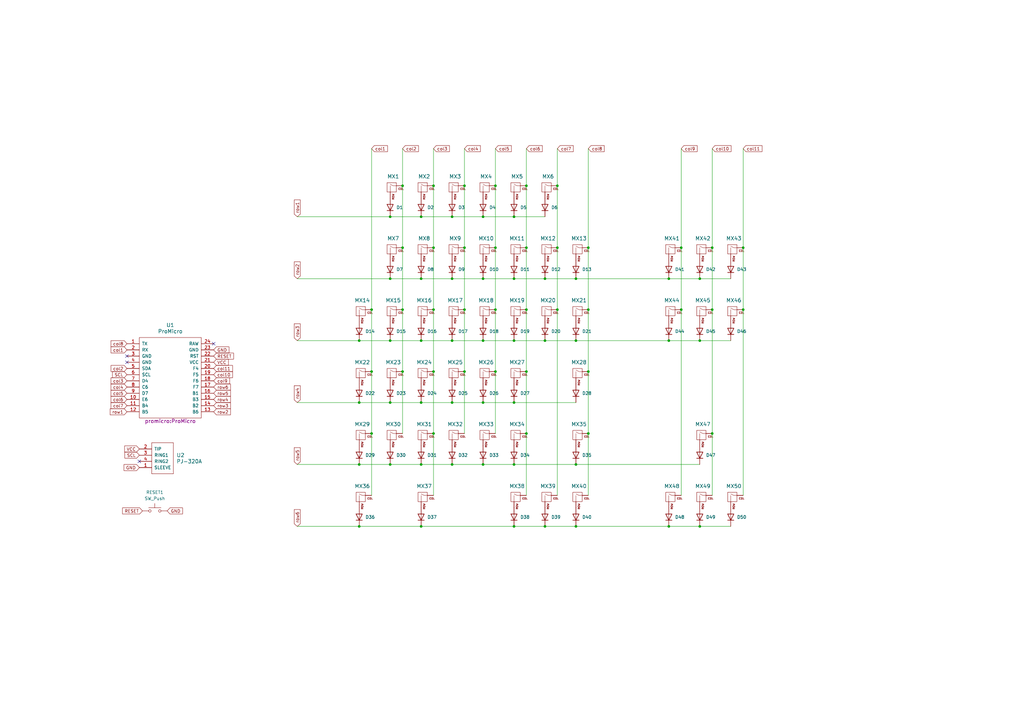
<source format=kicad_sch>
(kicad_sch (version 20230121) (generator eeschema)
  (paper "A3")
  (lib_symbols
    (symbol "Diode:1N4148" (pin_numbers hide) (pin_names hide)
      (property "Reference" "D" (at 0 2.54 0))
      (property "Value" "1N4148" (at 0 -2.54 0))
      (symbol "1N4148_0_1"
        (polyline (pts (xy -1.27 1.27) (xy -1.27 -1.27)) (stroke (width 0.254)))
        (polyline (pts (xy 1.27 0) (xy -1.27 0)))
        (polyline (pts (xy 1.27 1.27) (xy 1.27 -1.27) (xy -1.27 0) (xy 1.27 1.27)) (stroke (width 0.254)))
      )
      (symbol "1N4148_1_1"
        (pin passive line (at -3.81 0 0) (length 2.54) (name "K") (number "1"))
        (pin passive line (at 3.81 0 180) (length 2.54) (name "A") (number "2"))
      )
    )
    (symbol "MX_Alps_Hybrid:MX-NoLED" (pin_names (offset 1.016))
      (property "Reference" "MX" (at -0.635 3.81 0))
      (property "Value" "MX-NoLED" (at -0.635 1.27 0))
      (symbol "MX-NoLED_0_0"
        (rectangle (start -2.54 2.54) (end 1.27 -1.27))
        (polyline (pts (xy -1.27 -1.27) (xy -1.27 1.27)) (stroke (width 0.127)))
        (polyline (pts (xy 1.27 1.27) (xy 0 1.27) (xy -1.27 1.905)) (stroke (width 0.127)))
        (text "COL" (at 3.175 0 0) (effects (font (size 0.762 0.762))))
        (text "ROW" (at 0 -1.905 900) (effects (font (size 0.762 0.762)) (justify right)))
      )
      (symbol "MX-NoLED_1_1"
        (pin passive line (at 3.81 1.27 180) (length 2.54) (name "COL") (number "1"))
        (pin passive line (at -1.27 -3.81 90) (length 2.54) (name "ROW") (number "2"))
      )
    )
    (symbol "Switch:SW_Push" (pin_numbers hide) (pin_names (offset 1.016) hide)
      (property "Reference" "SW" (at 1.27 2.54 0))
      (property "Value" "SW_Push" (at 0 -1.524 0))
      (symbol "SW_Push_0_1"
        (circle (center -2.032 0) (radius 0.508))
        (polyline (pts (xy 0 1.27) (xy 0 3.048)))
        (polyline (pts (xy 2.54 1.27) (xy -2.54 1.27)))
        (circle (center 2.032 0) (radius 0.508))
        (pin passive line (at -5.08 0 0) (length 2.54) (name "1") (number "1"))
        (pin passive line (at 5.08 0 180) (length 2.54) (name "2") (number "2"))
      )
    )
    (symbol "TRRS-PJ-320A:PJ-320A" (pin_names (offset 1.016))
      (property "Reference" "U" (at 5.7912 7.6962 0))
      (property "Value" "PJ-320A" (at 5.7912 5.0038 0))
      (symbol "PJ-320A_0_1"
        (rectangle (start -3.81 0) (end -3.81 12.7))
        (rectangle (start -3.81 12.7) (end 5.08 12.7))
        (rectangle (start 5.08 0) (end -3.81 0))
        (rectangle (start 5.08 12.7) (end 5.08 0))
      )
      (symbol "PJ-320A_1_1"
        (pin input line (at -8.89 2.54 0) (length 5.08) (name "SLEEVE") (number "1"))
        (pin input line (at -8.89 10.16 0) (length 5.08) (name "TIP") (number "2"))
        (pin input line (at -8.89 7.62 0) (length 5.08) (name "RING1") (number "3"))
        (pin input line (at -8.89 5.08 0) (length 5.08) (name "RING2") (number "4"))
      )
    )
    (symbol "promicro:ProMicro" (pin_names (offset 1.016))
      (property "Reference" "U" (at 0 24.13 0))
      (property "Value" "ProMicro" (at 0 -13.97 0))
      (symbol "ProMicro_0_1"
        (rectangle (start -12.7 21.59) (end 12.7 -11.43))
      )
      (symbol "ProMicro_1_1"
        (pin bidirectional line (at -17.78 19.05 0) (length 5.08) (name "TX") (number "1"))
        (pin bidirectional line (at -17.78 -3.81 0) (length 5.08) (name "E6") (number "10"))
        (pin bidirectional line (at -17.78 -6.35 0) (length 5.08) (name "B4") (number "11"))
        (pin bidirectional line (at -17.78 -8.89 0) (length 5.08) (name "B5") (number "12"))
        (pin bidirectional line (at 17.78 -8.89 180) (length 5.08) (name "B6") (number "13"))
        (pin bidirectional line (at 17.78 -6.35 180) (length 5.08) (name "B2") (number "14"))
        (pin bidirectional line (at 17.78 -3.81 180) (length 5.08) (name "B3") (number "15"))
        (pin bidirectional line (at 17.78 -1.27 180) (length 5.08) (name "B1") (number "16"))
        (pin bidirectional line (at 17.78 1.27 180) (length 5.08) (name "F7") (number "17"))
        (pin bidirectional line (at 17.78 3.81 180) (length 5.08) (name "F6") (number "18"))
        (pin bidirectional line (at 17.78 6.35 180) (length 5.08) (name "F5") (number "19"))
        (pin bidirectional line (at -17.78 16.51 0) (length 5.08) (name "RX") (number "2"))
        (pin bidirectional line (at 17.78 8.89 180) (length 5.08) (name "F4") (number "20"))
        (pin power_in line (at 17.78 11.43 180) (length 5.08) (name "VCC") (number "21"))
        (pin input line (at 17.78 13.97 180) (length 5.08) (name "RST") (number "22"))
        (pin power_in line (at 17.78 16.51 180) (length 5.08) (name "GND") (number "23"))
        (pin power_out line (at 17.78 19.05 180) (length 5.08) (name "RAW") (number "24"))
        (pin power_in line (at -17.78 13.97 0) (length 5.08) (name "GND") (number "3"))
        (pin power_in line (at -17.78 11.43 0) (length 5.08) (name "GND") (number "4"))
        (pin bidirectional line (at -17.78 8.89 0) (length 5.08) (name "SDA") (number "5"))
        (pin bidirectional line (at -17.78 6.35 0) (length 5.08) (name "SCL") (number "6"))
        (pin bidirectional line (at -17.78 3.81 0) (length 5.08) (name "D4") (number "7"))
        (pin bidirectional line (at -17.78 1.27 0) (length 5.08) (name "C6") (number "8"))
        (pin bidirectional line (at -17.78 -1.27 0) (length 5.08) (name "D7") (number "9"))
      )
    )
  )
  (junction (at 292.1 127))
  (junction (at 215.9 152.4))
  (junction (at 203.2 101.6))
  (junction (at 228.6 101.6))
  (junction (at 147.32 190.5))
  (junction (at 228.6 76.2))
  (junction (at 223.52 114.3))
  (junction (at 160.02 88.9))
  (junction (at 177.8 152.4))
  (junction (at 236.22 114.3))
  (junction (at 304.8 101.6))
  (junction (at 172.72 215.9))
  (junction (at 223.52 139.7))
  (junction (at 190.5 101.6))
  (junction (at 172.72 88.9))
  (junction (at 292.1 101.6))
  (junction (at 203.2 76.2))
  (junction (at 203.2 152.4))
  (junction (at 274.32 114.3))
  (junction (at 152.4 177.8))
  (junction (at 274.32 215.9))
  (junction (at 160.02 139.7))
  (junction (at 210.82 88.9))
  (junction (at 236.22 190.5))
  (junction (at 304.8 127))
  (junction (at 185.42 139.7))
  (junction (at 210.82 190.5))
  (junction (at 241.3 152.4))
  (junction (at 177.8 76.2))
  (junction (at 147.32 139.7))
  (junction (at 165.1 152.4))
  (junction (at 190.5 152.4))
  (junction (at 165.1 101.6))
  (junction (at 236.22 139.7))
  (junction (at 165.1 127))
  (junction (at 287.02 215.9))
  (junction (at 210.82 215.9))
  (junction (at 147.32 165.1))
  (junction (at 287.02 139.7))
  (junction (at 185.42 165.1))
  (junction (at 292.1 177.8))
  (junction (at 215.9 127))
  (junction (at 228.6 127))
  (junction (at 279.4 127))
  (junction (at 241.3 101.6))
  (junction (at 185.42 88.9))
  (junction (at 160.02 165.1))
  (junction (at 287.02 114.3))
  (junction (at 210.82 165.1))
  (junction (at 215.9 101.6))
  (junction (at 177.8 177.8))
  (junction (at 210.82 114.3))
  (junction (at 190.5 127))
  (junction (at 215.9 177.8))
  (junction (at 215.9 76.2))
  (junction (at 165.1 76.2))
  (junction (at 203.2 127))
  (junction (at 198.12 114.3))
  (junction (at 274.32 139.7))
  (junction (at 160.02 190.5))
  (junction (at 198.12 88.9))
  (junction (at 172.72 190.5))
  (junction (at 279.4 101.6))
  (junction (at 210.82 139.7))
  (junction (at 147.32 215.9))
  (junction (at 241.3 127))
  (junction (at 198.12 139.7))
  (junction (at 152.4 127))
  (junction (at 177.8 127))
  (junction (at 152.4 152.4))
  (junction (at 198.12 165.1))
  (junction (at 185.42 190.5))
  (junction (at 190.5 76.2))
  (junction (at 236.22 215.9))
  (junction (at 185.42 114.3))
  (junction (at 160.02 114.3))
  (junction (at 177.8 101.6))
  (junction (at 241.3 177.8))
  (junction (at 172.72 114.3))
  (junction (at 223.52 215.9))
  (junction (at 198.12 190.5))
  (junction (at 172.72 165.1))
  (junction (at 172.72 139.7))
  (no_connect (at 87.63 140.97))
  (no_connect (at 52.07 148.59))
  (no_connect (at 52.07 146.05))
  (no_connect (at 57.15 189.23))
  (wire (pts (xy 210.82 215.9) (xy 223.52 215.9)))
  (wire (pts (xy 152.4 127) (xy 152.4 152.4)))
  (wire (pts (xy 185.42 114.3) (xy 198.12 114.3)))
  (wire (pts (xy 215.9 152.4) (xy 215.9 177.8)))
  (wire (pts (xy 185.42 190.5) (xy 198.12 190.5)))
  (wire (pts (xy 236.22 215.9) (xy 223.52 215.9)))
  (wire (pts (xy 287.02 139.7) (xy 299.72 139.7)))
  (wire (pts (xy 177.8 60.96) (xy 177.8 76.2)))
  (wire (pts (xy 236.22 190.5) (xy 287.02 190.5)))
  (wire (pts (xy 274.32 215.9) (xy 287.02 215.9)))
  (wire (pts (xy 241.3 60.96) (xy 241.3 101.6)))
  (wire (pts (xy 190.5 76.2) (xy 190.5 101.6)))
  (wire (pts (xy 190.5 60.96) (xy 190.5 76.2)))
  (wire (pts (xy 165.1 60.96) (xy 165.1 76.2)))
  (wire (pts (xy 241.3 101.6) (xy 241.3 127)))
  (wire (pts (xy 203.2 101.6) (xy 203.2 127)))
  (wire (pts (xy 121.92 165.1) (xy 147.32 165.1)))
  (wire (pts (xy 172.72 165.1) (xy 185.42 165.1)))
  (wire (pts (xy 121.92 215.9) (xy 147.32 215.9)))
  (wire (pts (xy 287.02 215.9) (xy 299.72 215.9)))
  (wire (pts (xy 236.22 215.9) (xy 274.32 215.9)))
  (wire (pts (xy 121.92 114.3) (xy 160.02 114.3)))
  (wire (pts (xy 304.8 60.96) (xy 304.8 101.6)))
  (wire (pts (xy 190.5 152.4) (xy 190.5 177.8)))
  (wire (pts (xy 279.4 101.6) (xy 279.4 127)))
  (wire (pts (xy 147.32 165.1) (xy 160.02 165.1)))
  (wire (pts (xy 185.42 139.7) (xy 198.12 139.7)))
  (wire (pts (xy 160.02 139.7) (xy 172.72 139.7)))
  (wire (pts (xy 190.5 127) (xy 190.5 152.4)))
  (wire (pts (xy 304.8 101.6) (xy 304.8 127)))
  (wire (pts (xy 185.42 88.9) (xy 198.12 88.9)))
  (wire (pts (xy 215.9 127) (xy 215.9 152.4)))
  (wire (pts (xy 203.2 127) (xy 203.2 152.4)))
  (wire (pts (xy 152.4 152.4) (xy 152.4 177.8)))
  (wire (pts (xy 160.02 165.1) (xy 172.72 165.1)))
  (wire (pts (xy 292.1 60.96) (xy 292.1 101.6)))
  (wire (pts (xy 147.32 139.7) (xy 160.02 139.7)))
  (wire (pts (xy 210.82 165.1) (xy 236.22 165.1)))
  (wire (pts (xy 165.1 101.6) (xy 165.1 127)))
  (wire (pts (xy 292.1 127) (xy 292.1 177.8)))
  (wire (pts (xy 177.8 127) (xy 177.8 152.4)))
  (wire (pts (xy 210.82 88.9) (xy 223.52 88.9)))
  (wire (pts (xy 121.92 139.7) (xy 147.32 139.7)))
  (wire (pts (xy 228.6 76.2) (xy 228.6 101.6)))
  (wire (pts (xy 177.8 101.6) (xy 177.8 127)))
  (wire (pts (xy 198.12 190.5) (xy 210.82 190.5)))
  (wire (pts (xy 279.4 60.96) (xy 279.4 101.6)))
  (wire (pts (xy 223.52 139.7) (xy 236.22 139.7)))
  (wire (pts (xy 210.82 139.7) (xy 223.52 139.7)))
  (wire (pts (xy 172.72 114.3) (xy 185.42 114.3)))
  (wire (pts (xy 147.32 190.5) (xy 160.02 190.5)))
  (wire (pts (xy 190.5 101.6) (xy 190.5 127)))
  (wire (pts (xy 147.32 215.9) (xy 172.72 215.9)))
  (wire (pts (xy 215.9 76.2) (xy 215.9 101.6)))
  (wire (pts (xy 172.72 215.9) (xy 210.82 215.9)))
  (wire (pts (xy 198.12 165.1) (xy 210.82 165.1)))
  (wire (pts (xy 165.1 76.2) (xy 165.1 101.6)))
  (wire (pts (xy 241.3 177.8) (xy 241.3 203.2)))
  (wire (pts (xy 172.72 88.9) (xy 185.42 88.9)))
  (wire (pts (xy 228.6 60.96) (xy 228.6 76.2)))
  (wire (pts (xy 152.4 60.96) (xy 152.4 127)))
  (wire (pts (xy 241.3 152.4) (xy 241.3 177.8)))
  (wire (pts (xy 152.4 177.8) (xy 152.4 203.2)))
  (wire (pts (xy 228.6 127) (xy 228.6 203.2)))
  (wire (pts (xy 121.92 190.5) (xy 147.32 190.5)))
  (wire (pts (xy 292.1 101.6) (xy 292.1 127)))
  (wire (pts (xy 203.2 152.4) (xy 203.2 177.8)))
  (wire (pts (xy 228.6 101.6) (xy 228.6 127)))
  (wire (pts (xy 177.8 152.4) (xy 177.8 177.8)))
  (wire (pts (xy 292.1 177.8) (xy 292.1 203.2)))
  (wire (pts (xy 203.2 76.2) (xy 203.2 101.6)))
  (wire (pts (xy 215.9 101.6) (xy 215.9 127)))
  (wire (pts (xy 287.02 139.7) (xy 274.32 139.7)))
  (wire (pts (xy 215.9 60.96) (xy 215.9 76.2)))
  (wire (pts (xy 165.1 152.4) (xy 165.1 177.8)))
  (wire (pts (xy 160.02 190.5) (xy 172.72 190.5)))
  (wire (pts (xy 177.8 177.8) (xy 177.8 203.2)))
  (wire (pts (xy 177.8 76.2) (xy 177.8 101.6)))
  (wire (pts (xy 121.92 88.9) (xy 160.02 88.9)))
  (wire (pts (xy 287.02 114.3) (xy 299.72 114.3)))
  (wire (pts (xy 203.2 60.96) (xy 203.2 76.2)))
  (wire (pts (xy 279.4 127) (xy 279.4 203.2)))
  (wire (pts (xy 172.72 190.5) (xy 185.42 190.5)))
  (wire (pts (xy 223.52 114.3) (xy 236.22 114.3)))
  (wire (pts (xy 172.72 139.7) (xy 185.42 139.7)))
  (wire (pts (xy 198.12 139.7) (xy 210.82 139.7)))
  (wire (pts (xy 274.32 114.3) (xy 287.02 114.3)))
  (wire (pts (xy 198.12 88.9) (xy 210.82 88.9)))
  (wire (pts (xy 160.02 88.9) (xy 172.72 88.9)))
  (wire (pts (xy 241.3 127) (xy 241.3 152.4)))
  (wire (pts (xy 160.02 114.3) (xy 172.72 114.3)))
  (wire (pts (xy 236.22 139.7) (xy 274.32 139.7)))
  (wire (pts (xy 215.9 177.8) (xy 215.9 203.2)))
  (wire (pts (xy 210.82 190.5) (xy 236.22 190.5)))
  (wire (pts (xy 165.1 127) (xy 165.1 152.4)))
  (wire (pts (xy 198.12 114.3) (xy 210.82 114.3)))
  (wire (pts (xy 185.42 165.1) (xy 198.12 165.1)))
  (wire (pts (xy 210.82 114.3) (xy 223.52 114.3)))
  (wire (pts (xy 236.22 114.3) (xy 274.32 114.3)))
  (wire (pts (xy 304.8 127) (xy 304.8 203.2)))
  (global_label "row4" (shape input) (at 121.92 165.1 90) (property "Intersheetrefs" "${INTERSHEET_REFS}" (effects hide)))
  (global_label "col3" (shape input) (at 177.8 60.96 0) (property "Intersheetrefs" "${INTERSHEET_REFS}" (effects hide)))
  (global_label "col7" (shape input) (at 52.07 166.37 180) (property "Intersheetrefs" "${INTERSHEET_REFS}" (effects hide)))
  (global_label "GND" (shape input) (at 68.58 209.55 0) (property "Intersheetrefs" "${INTERSHEET_REFS}" (effects hide)))
  (global_label "SCL" (shape input) (at 52.07 153.67 180) (property "Intersheetrefs" "${INTERSHEET_REFS}" (effects hide)))
  (global_label "row3" (shape input) (at 87.63 166.37 0) (property "Intersheetrefs" "${INTERSHEET_REFS}" (effects hide)))
  (global_label "col5" (shape input) (at 52.07 161.29 180) (property "Intersheetrefs" "${INTERSHEET_REFS}" (effects hide)))
  (global_label "col9" (shape input) (at 279.4 60.96 0) (property "Intersheetrefs" "${INTERSHEET_REFS}" (effects hide)))
  (global_label "row3" (shape input) (at 121.92 139.7 90) (property "Intersheetrefs" "${INTERSHEET_REFS}" (effects hide)))
  (global_label "row1" (shape input) (at 52.07 168.91 180) (property "Intersheetrefs" "${INTERSHEET_REFS}" (effects hide)))
  (global_label "col7" (shape input) (at 228.6 60.96 0) (property "Intersheetrefs" "${INTERSHEET_REFS}" (effects hide)))
  (global_label "col8" (shape input) (at 241.3 60.96 0) (property "Intersheetrefs" "${INTERSHEET_REFS}" (effects hide)))
  (global_label "col10" (shape input) (at 292.1 60.96 0) (property "Intersheetrefs" "${INTERSHEET_REFS}" (effects hide)))
  (global_label "GND" (shape input) (at 87.63 143.51 0) (property "Intersheetrefs" "${INTERSHEET_REFS}" (effects hide)))
  (global_label "col8" (shape input) (at 52.07 140.97 180) (property "Intersheetrefs" "${INTERSHEET_REFS}" (effects hide)))
  (global_label "row2" (shape input) (at 121.92 114.3 90) (property "Intersheetrefs" "${INTERSHEET_REFS}" (effects hide)))
  (global_label "VCC" (shape input) (at 57.15 184.15 180) (property "Intersheetrefs" "${INTERSHEET_REFS}" (effects hide)))
  (global_label "row5" (shape input) (at 87.63 161.29 0) (property "Intersheetrefs" "${INTERSHEET_REFS}" (effects hide)))
  (global_label "row1" (shape input) (at 121.92 88.9 90) (property "Intersheetrefs" "${INTERSHEET_REFS}" (effects hide)))
  (global_label "col6" (shape input) (at 52.07 163.83 180) (property "Intersheetrefs" "${INTERSHEET_REFS}" (effects hide)))
  (global_label "col5" (shape input) (at 203.2 60.96 0) (property "Intersheetrefs" "${INTERSHEET_REFS}" (effects hide)))
  (global_label "col3" (shape input) (at 52.07 156.21 180) (property "Intersheetrefs" "${INTERSHEET_REFS}" (effects hide)))
  (global_label "GND" (shape input) (at 57.15 191.77 180) (property "Intersheetrefs" "${INTERSHEET_REFS}" (effects hide)))
  (global_label "col2" (shape input) (at 165.1 60.96 0) (property "Intersheetrefs" "${INTERSHEET_REFS}" (effects hide)))
  (global_label "RESET" (shape input) (at 87.63 146.05 0) (property "Intersheetrefs" "${INTERSHEET_REFS}" (effects hide)))
  (global_label "row2" (shape input) (at 87.63 168.91 0) (property "Intersheetrefs" "${INTERSHEET_REFS}" (effects hide)))
  (global_label "row6" (shape input) (at 87.63 158.75 0) (property "Intersheetrefs" "${INTERSHEET_REFS}" (effects hide)))
  (global_label "col6" (shape input) (at 215.9 60.96 0) (property "Intersheetrefs" "${INTERSHEET_REFS}" (effects hide)))
  (global_label "VCC" (shape input) (at 87.63 148.59 0) (property "Intersheetrefs" "${INTERSHEET_REFS}" (effects hide)))
  (global_label "col4" (shape input) (at 190.5 60.96 0) (property "Intersheetrefs" "${INTERSHEET_REFS}" (effects hide)))
  (global_label "col1" (shape input) (at 152.4 60.96 0) (property "Intersheetrefs" "${INTERSHEET_REFS}" (effects hide)))
  (global_label "RESET" (shape input) (at 58.42 209.55 180) (property "Intersheetrefs" "${INTERSHEET_REFS}" (effects hide)))
  (global_label "col4" (shape input) (at 52.07 158.75 180) (property "Intersheetrefs" "${INTERSHEET_REFS}" (effects hide)))
  (global_label "row5" (shape input) (at 121.92 190.5 90) (property "Intersheetrefs" "${INTERSHEET_REFS}" (effects hide)))
  (global_label "row4" (shape input) (at 87.63 163.83 0) (property "Intersheetrefs" "${INTERSHEET_REFS}" (effects hide)))
  (global_label "col2" (shape input) (at 52.07 151.13 180) (property "Intersheetrefs" "${INTERSHEET_REFS}" (effects hide)))
  (global_label "col9" (shape input) (at 87.63 156.21 0) (property "Intersheetrefs" "${INTERSHEET_REFS}" (effects hide)))
  (global_label "row6" (shape input) (at 121.92 215.9 90) (property "Intersheetrefs" "${INTERSHEET_REFS}" (effects hide)))
  (global_label "SCL" (shape input) (at 57.15 186.69 180) (property "Intersheetrefs" "${INTERSHEET_REFS}" (effects hide)))
  (global_label "col11" (shape input) (at 87.63 151.13 0) (property "Intersheetrefs" "${INTERSHEET_REFS}" (effects hide)))
  (global_label "col11" (shape input) (at 304.8 60.96 0) (property "Intersheetrefs" "${INTERSHEET_REFS}" (effects hide)))
  (global_label "col10" (shape input) (at 87.63 153.67 0) (property "Intersheetrefs" "${INTERSHEET_REFS}" (effects hide)))
  (global_label "col1" (shape input) (at 52.07 143.51 180) (property "Intersheetrefs" "${INTERSHEET_REFS}" (effects hide)))
  (symbol (lib_id "Diode:1N4148") (at 147.32 186.69 90) (unit 1)
    (property "Reference" "D29" (at 149.86 186.69 90) (effects (justify right)))
    (property "Value" "1N4148" (effects hide))
    (property "Footprint" "Diode_THT:D_DO-35_SOD27_P7.62mm_Horizontal" (effects hide))
    (property "Datasheet" "https://assets.nexperia.com/documents/data-sheet/1N4148_1N4448.pdf" (effects hide))
    (property "Sim.Device" "D" (effects hide))
    (property "Sim.Pins" "1=K 2=A" (effects hide))
  )
  (symbol (lib_id "MX_Alps_Hybrid:MX-NoLED") (at 173.99 179.07 0) (unit 1)
    (property "Reference" "MX31" (at 173.99 173.99 0) (effects (font (size 1.524 1.524))))
    (property "Value" "MX-NoLED" (effects hide))
    (property "Footprint" "MX_Only:MXOnly-1U-Hotswap" (effects hide))
  )
  (symbol (lib_id "MX_Alps_Hybrid:MX-NoLED") (at 173.99 204.47 0) (unit 1)
    (property "Reference" "MX37" (at 173.99 199.39 0) (effects (font (size 1.524 1.524))))
    (property "Value" "MX-NoLED" (effects hide))
    (property "Footprint" "MX_Only:MXOnly-1U-Hotswap" (effects hide))
  )
  (symbol (lib_id "MX_Alps_Hybrid:MX-NoLED") (at 224.79 204.47 0) (unit 1)
    (property "Reference" "MX39" (at 224.79 199.39 0) (effects (font (size 1.524 1.524))))
    (property "Value" "MX-NoLED" (effects hide))
    (property "Footprint" "MX_Only:MXOnly-1.25U-Hotswap" (effects hide))
  )
  (symbol (lib_id "MX_Alps_Hybrid:MX-NoLED") (at 148.59 204.47 0) (unit 1)
    (property "Reference" "MX36" (at 148.59 199.39 0) (effects (font (size 1.524 1.524))))
    (property "Value" "MX-NoLED" (effects hide))
    (property "Footprint" "MX_Only:MXOnly-2U-Hotswap" (effects hide))
  )
  (symbol (lib_id "Diode:1N4148") (at 223.52 212.09 90) (unit 1)
    (property "Reference" "D39" (at 226.06 212.09 90) (effects (justify right)))
    (property "Value" "1N4148" (effects hide))
    (property "Footprint" "Diode_THT:D_DO-35_SOD27_P7.62mm_Horizontal" (effects hide))
    (property "Datasheet" "https://assets.nexperia.com/documents/data-sheet/1N4148_1N4448.pdf" (effects hide))
    (property "Sim.Device" "D" (effects hide))
    (property "Sim.Pins" "1=K 2=A" (effects hide))
  )
  (symbol (lib_id "MX_Alps_Hybrid:MX-NoLED") (at 288.29 204.47 0) (unit 1)
    (property "Reference" "MX49" (at 288.29 199.39 0) (effects (font (size 1.524 1.524))))
    (property "Value" "MX-NoLED" (effects hide))
    (property "Footprint" "MX_Only:MXOnly-1U-Hotswap" (effects hide))
  )
  (symbol (lib_id "MX_Alps_Hybrid:MX-NoLED") (at 300.99 102.87 0) (unit 1)
    (property "Reference" "MX43" (at 300.99 97.79 0) (effects (font (size 1.524 1.524))))
    (property "Value" "MX-NoLED" (effects hide))
    (property "Footprint" "MX_Only:MXOnly-1U-Hotswap" (effects hide))
  )
  (symbol (lib_id "MX_Alps_Hybrid:MX-NoLED") (at 237.49 204.47 0) (unit 1)
    (property "Reference" "MX40" (at 237.49 199.39 0) (effects (font (size 1.524 1.524))))
    (property "Value" "MX-NoLED" (effects hide))
    (property "Footprint" "MX_Only:MXOnly-1.25U-Hotswap" (effects hide))
  )
  (symbol (lib_id "MX_Alps_Hybrid:MX-NoLED") (at 300.99 204.47 0) (unit 1)
    (property "Reference" "MX50" (at 300.99 199.39 0) (effects (font (size 1.524 1.524))))
    (property "Value" "MX-NoLED" (effects hide))
    (property "Footprint" "MX_Only:MXOnly-1U-Hotswap" (effects hide))
  )
  (symbol (lib_id "Diode:1N4148") (at 172.72 212.09 90) (unit 1)
    (property "Reference" "D37" (at 175.26 212.09 90) (effects (justify right)))
    (property "Value" "1N4148" (effects hide))
    (property "Footprint" "Diode_THT:D_DO-35_SOD27_P7.62mm_Horizontal" (effects hide))
    (property "Datasheet" "https://assets.nexperia.com/documents/data-sheet/1N4148_1N4448.pdf" (effects hide))
    (property "Sim.Device" "D" (effects hide))
    (property "Sim.Pins" "1=K 2=A" (effects hide))
  )
  (symbol (lib_id "MX_Alps_Hybrid:MX-NoLED") (at 237.49 179.07 0) (unit 1)
    (property "Reference" "MX35" (at 237.49 173.99 0) (effects (font (size 1.524 1.524))))
    (property "Value" "MX-NoLED" (effects hide))
    (property "Footprint" "MX_Only:MXOnly-2.75U-Hotswap" (effects hide))
  )
  (symbol (lib_id "MX_Alps_Hybrid:MX-NoLED") (at 161.29 128.27 0) (unit 1)
    (property "Reference" "MX15" (at 161.29 123.19 0) (effects (font (size 1.524 1.524))))
    (property "Value" "MX-NoLED" (effects hide))
    (property "Footprint" "MX_Only:MXOnly-1U-Hotswap" (effects hide))
  )
  (symbol (lib_id "MX_Alps_Hybrid:MX-NoLED") (at 275.59 128.27 0) (unit 1)
    (property "Reference" "MX44" (at 275.59 123.19 0) (effects (font (size 1.524 1.524))))
    (property "Value" "MX-NoLED" (effects hide))
    (property "Footprint" "MX_Only:MXOnly-1U-Hotswap" (effects hide))
  )
  (symbol (lib_id "MX_Alps_Hybrid:MX-NoLED") (at 212.09 153.67 0) (unit 1)
    (property "Reference" "MX27" (at 212.09 148.59 0) (effects (font (size 1.524 1.524))))
    (property "Value" "MX-NoLED" (effects hide))
    (property "Footprint" "MX_Only:MXOnly-1U-Hotswap" (effects hide))
  )
  (symbol (lib_id "Diode:1N4148") (at 236.22 135.89 90) (unit 1)
    (property "Reference" "D21" (at 238.76 135.89 90) (effects (justify right)))
    (property "Value" "1N4148" (effects hide))
    (property "Footprint" "Diode_THT:D_DO-35_SOD27_P7.62mm_Horizontal" (effects hide))
    (property "Datasheet" "https://assets.nexperia.com/documents/data-sheet/1N4148_1N4448.pdf" (effects hide))
    (property "Sim.Device" "D" (effects hide))
    (property "Sim.Pins" "1=K 2=A" (effects hide))
  )
  (symbol (lib_id "MX_Alps_Hybrid:MX-NoLED") (at 148.59 128.27 0) (unit 1)
    (property "Reference" "MX14" (at 148.59 123.19 0) (effects (font (size 1.524 1.524))))
    (property "Value" "MX-NoLED" (effects hide))
    (property "Footprint" "MX_Only:MXOnly-1U-Hotswap" (effects hide))
  )
  (symbol (lib_id "Diode:1N4148") (at 172.72 186.69 90) (unit 1)
    (property "Reference" "D31" (at 175.26 186.69 90) (effects (justify right)))
    (property "Value" "1N4148" (effects hide))
    (property "Footprint" "Diode_THT:D_DO-35_SOD27_P7.62mm_Horizontal" (effects hide))
    (property "Datasheet" "https://assets.nexperia.com/documents/data-sheet/1N4148_1N4448.pdf" (effects hide))
    (property "Sim.Device" "D" (effects hide))
    (property "Sim.Pins" "1=K 2=A" (effects hide))
  )
  (symbol (lib_id "MX_Alps_Hybrid:MX-NoLED") (at 212.09 179.07 0) (unit 1)
    (property "Reference" "MX34" (at 212.09 173.99 0) (effects (font (size 1.524 1.524))))
    (property "Value" "MX-NoLED" (effects hide))
    (property "Footprint" "MX_Only:MXOnly-1U-Hotswap" (effects hide))
  )
  (symbol (lib_id "Diode:1N4148") (at 236.22 161.29 90) (unit 1)
    (property "Reference" "D28" (at 238.76 161.29 90) (effects (justify right)))
    (property "Value" "1N4148" (effects hide))
    (property "Footprint" "Diode_THT:D_DO-35_SOD27_P7.62mm_Horizontal" (effects hide))
    (property "Datasheet" "https://assets.nexperia.com/documents/data-sheet/1N4148_1N4448.pdf" (effects hide))
    (property "Sim.Device" "D" (effects hide))
    (property "Sim.Pins" "1=K 2=A" (effects hide))
  )
  (symbol (lib_id "MX_Alps_Hybrid:MX-NoLED") (at 173.99 102.87 0) (unit 1)
    (property "Reference" "MX8" (at 173.99 97.79 0) (effects (font (size 1.524 1.524))))
    (property "Value" "MX-NoLED" (effects hide))
    (property "Footprint" "MX_Only:MXOnly-1U-Hotswap" (effects hide))
  )
  (symbol (lib_id "MX_Alps_Hybrid:MX-NoLED") (at 237.49 153.67 0) (unit 1)
    (property "Reference" "MX28" (at 237.49 148.59 0) (effects (font (size 1.524 1.524))))
    (property "Value" "MX-NoLED" (effects hide))
    (property "Footprint" "MX_Only:MXOnly-2.25U-Hotswap" (effects hide))
  )
  (symbol (lib_id "Diode:1N4148") (at 147.32 212.09 90) (unit 1)
    (property "Reference" "D36" (at 149.86 212.09 90) (effects (justify right)))
    (property "Value" "1N4148" (effects hide))
    (property "Footprint" "Diode_THT:D_DO-35_SOD27_P7.62mm_Horizontal" (effects hide))
    (property "Datasheet" "https://assets.nexperia.com/documents/data-sheet/1N4148_1N4448.pdf" (effects hide))
    (property "Sim.Device" "D" (effects hide))
    (property "Sim.Pins" "1=K 2=A" (effects hide))
  )
  (symbol (lib_id "Diode:1N4148") (at 236.22 212.09 90) (unit 1)
    (property "Reference" "D40" (at 238.76 212.09 90) (effects (justify right)))
    (property "Value" "1N4148" (effects hide))
    (property "Footprint" "Diode_THT:D_DO-35_SOD27_P7.62mm_Horizontal" (effects hide))
    (property "Datasheet" "https://assets.nexperia.com/documents/data-sheet/1N4148_1N4448.pdf" (effects hide))
    (property "Sim.Device" "D" (effects hide))
    (property "Sim.Pins" "1=K 2=A" (effects hide))
  )
  (symbol (lib_id "MX_Alps_Hybrid:MX-NoLED") (at 161.29 179.07 0) (unit 1)
    (property "Reference" "MX30" (at 161.29 173.99 0) (effects (font (size 1.524 1.524))))
    (property "Value" "MX-NoLED" (effects hide))
    (property "Footprint" "MX_Only:MXOnly-1U-Hotswap" (effects hide))
  )
  (symbol (lib_id "promicro:ProMicro") (at 69.85 160.02 0) (unit 1)
    (property "Reference" "U1" (at 69.85 133.35 0) (effects (font (size 1.524 1.524))))
    (property "Value" "ProMicro" (at 69.85 135.89 0) (effects (font (size 1.524 1.524))))
    (property "Footprint" "promicro:ProMicro" (at 69.85 172.72 0) (effects (font (size 1.524 1.524))))
  )
  (symbol (lib_id "MX_Alps_Hybrid:MX-NoLED") (at 199.39 128.27 0) (unit 1)
    (property "Reference" "MX18" (at 199.39 123.19 0) (effects (font (size 1.524 1.524))))
    (property "Value" "MX-NoLED" (effects hide))
    (property "Footprint" "MX_Only:MXOnly-1U-Hotswap" (effects hide))
  )
  (symbol (lib_id "MX_Alps_Hybrid:MX-NoLED") (at 148.59 153.67 0) (unit 1)
    (property "Reference" "MX22" (at 148.59 148.59 0) (effects (font (size 1.524 1.524))))
    (property "Value" "MX-NoLED" (effects hide))
    (property "Footprint" "MX_Only:MXOnly-1U-Hotswap" (effects hide))
  )
  (symbol (lib_id "MX_Alps_Hybrid:MX-NoLED") (at 224.79 128.27 0) (unit 1)
    (property "Reference" "MX20" (at 224.79 123.19 0) (effects (font (size 1.524 1.524))))
    (property "Value" "MX-NoLED" (effects hide))
    (property "Footprint" "MX_Only:MXOnly-1U-Hotswap" (effects hide))
  )
  (symbol (lib_id "Diode:1N4148") (at 172.72 110.49 90) (unit 1)
    (property "Reference" "D8" (at 175.26 110.49 90) (effects (justify right)))
    (property "Value" "1N4148" (effects hide))
    (property "Footprint" "Diode_THT:D_DO-35_SOD27_P7.62mm_Horizontal" (effects hide))
    (property "Datasheet" "https://assets.nexperia.com/documents/data-sheet/1N4148_1N4448.pdf" (effects hide))
    (property "Sim.Device" "D" (effects hide))
    (property "Sim.Pins" "1=K 2=A" (effects hide))
  )
  (symbol (lib_id "MX_Alps_Hybrid:MX-NoLED") (at 275.59 204.47 0) (unit 1)
    (property "Reference" "MX48" (at 275.59 199.39 0) (effects (font (size 1.524 1.524))))
    (property "Value" "MX-NoLED" (effects hide))
    (property "Footprint" "MX_Only:MXOnly-1U-Hotswap" (effects hide))
  )
  (symbol (lib_id "MX_Alps_Hybrid:MX-NoLED") (at 186.69 179.07 0) (unit 1)
    (property "Reference" "MX32" (at 186.69 173.99 0) (effects (font (size 1.524 1.524))))
    (property "Value" "MX-NoLED" (effects hide))
    (property "Footprint" "MX_Only:MXOnly-1U-Hotswap" (effects hide))
  )
  (symbol (lib_id "MX_Alps_Hybrid:MX-NoLED") (at 173.99 128.27 0) (unit 1)
    (property "Reference" "MX16" (at 173.99 123.19 0) (effects (font (size 1.524 1.524))))
    (property "Value" "MX-NoLED" (effects hide))
    (property "Footprint" "MX_Only:MXOnly-1U-Hotswap" (effects hide))
  )
  (symbol (lib_id "Diode:1N4148") (at 198.12 135.89 90) (unit 1)
    (property "Reference" "D18" (at 200.66 135.89 90) (effects (justify right)))
    (property "Value" "1N4148" (effects hide))
    (property "Footprint" "Diode_THT:D_DO-35_SOD27_P7.62mm_Horizontal" (effects hide))
    (property "Datasheet" "https://assets.nexperia.com/documents/data-sheet/1N4148_1N4448.pdf" (effects hide))
    (property "Sim.Device" "D" (effects hide))
    (property "Sim.Pins" "1=K 2=A" (effects hide))
  )
  (symbol (lib_id "Diode:1N4148") (at 198.12 85.09 90) (unit 1)
    (property "Reference" "D4" (at 200.66 85.09 90) (effects (justify right)))
    (property "Value" "1N4148" (effects hide))
    (property "Footprint" "Diode_THT:D_DO-35_SOD27_P7.62mm_Horizontal" (effects hide))
    (property "Datasheet" "https://assets.nexperia.com/documents/data-sheet/1N4148_1N4448.pdf" (effects hide))
    (property "Sim.Device" "D" (effects hide))
    (property "Sim.Pins" "1=K 2=A" (effects hide))
  )
  (symbol (lib_id "MX_Alps_Hybrid:MX-NoLED") (at 173.99 153.67 0) (unit 1)
    (property "Reference" "MX24" (at 173.99 148.59 0) (effects (font (size 1.524 1.524))))
    (property "Value" "MX-NoLED" (effects hide))
    (property "Footprint" "MX_Only:MXOnly-1U-Hotswap" (effects hide))
  )
  (symbol (lib_id "Diode:1N4148") (at 185.42 85.09 90) (unit 1)
    (property "Reference" "D3" (at 187.96 85.09 90) (effects (justify right)))
    (property "Value" "1N4148" (effects hide))
    (property "Footprint" "Diode_THT:D_DO-35_SOD27_P7.62mm_Horizontal" (effects hide))
    (property "Datasheet" "https://assets.nexperia.com/documents/data-sheet/1N4148_1N4448.pdf" (effects hide))
    (property "Sim.Device" "D" (effects hide))
    (property "Sim.Pins" "1=K 2=A" (effects hide))
  )
  (symbol (lib_id "TRRS-PJ-320A:PJ-320A") (at 66.04 194.31 0) (unit 1)
    (property "Reference" "U2" (at 72.39 186.69 0) (effects (font (size 1.524 1.524)) (justify left)))
    (property "Value" "PJ-320A" (at 72.39 189.23 0) (effects (font (size 1.524 1.524)) (justify left)))
    (property "Footprint" "pj320:TRRS-PJ-320A" (effects hide))
  )
  (symbol (lib_id "Diode:1N4148") (at 223.52 110.49 90) (unit 1)
    (property "Reference" "D12" (at 226.06 110.49 90) (effects (justify right)))
    (property "Value" "1N4148" (effects hide))
    (property "Footprint" "Diode_THT:D_DO-35_SOD27_P7.62mm_Horizontal" (effects hide))
    (property "Datasheet" "https://assets.nexperia.com/documents/data-sheet/1N4148_1N4448.pdf" (effects hide))
    (property "Sim.Device" "D" (effects hide))
    (property "Sim.Pins" "1=K 2=A" (effects hide))
  )
  (symbol (lib_id "Switch:SW_Push") (at 63.5 209.55 0) (unit 1)
    (property "Reference" "RESET1" (at 63.5 201.93 0))
    (property "Value" "SW_Push" (at 63.5 204.47 0))
    (property "Footprint" "reset:ResetSW_4P" (effects hide))
  )
  (symbol (lib_id "MX_Alps_Hybrid:MX-NoLED") (at 186.69 102.87 0) (unit 1)
    (property "Reference" "MX9" (at 186.69 97.79 0) (effects (font (size 1.524 1.524))))
    (property "Value" "MX-NoLED" (effects hide))
    (property "Footprint" "MX_Only:MXOnly-1U-Hotswap" (effects hide))
  )
  (symbol (lib_id "Diode:1N4148") (at 274.32 212.09 90) (unit 1)
    (property "Reference" "D48" (at 276.86 212.09 90) (effects (justify right)))
    (property "Value" "1N4148" (effects hide))
    (property "Footprint" "Diode_THT:D_DO-35_SOD27_P7.62mm_Horizontal" (effects hide))
    (property "Datasheet" "https://assets.nexperia.com/documents/data-sheet/1N4148_1N4448.pdf" (effects hide))
    (property "Sim.Device" "D" (effects hide))
    (property "Sim.Pins" "1=K 2=A" (effects hide))
  )
  (symbol (lib_id "Diode:1N4148") (at 172.72 161.29 90) (unit 1)
    (property "Reference" "D24" (at 175.26 161.29 90) (effects (justify right)))
    (property "Value" "1N4148" (effects hide))
    (property "Footprint" "Diode_THT:D_DO-35_SOD27_P7.62mm_Horizontal" (effects hide))
    (property "Datasheet" "https://assets.nexperia.com/documents/data-sheet/1N4148_1N4448.pdf" (effects hide))
    (property "Sim.Device" "D" (effects hide))
    (property "Sim.Pins" "1=K 2=A" (effects hide))
  )
  (symbol (lib_id "Diode:1N4148") (at 160.02 85.09 90) (unit 1)
    (property "Reference" "D1" (at 162.56 85.09 90) (effects (justify right)))
    (property "Value" "1N4148" (effects hide))
    (property "Footprint" "Diode_THT:D_DO-35_SOD27_P7.62mm_Horizontal" (effects hide))
    (property "Datasheet" "https://assets.nexperia.com/documents/data-sheet/1N4148_1N4448.pdf" (effects hide))
    (property "Sim.Device" "D" (effects hide))
    (property "Sim.Pins" "1=K 2=A" (effects hide))
  )
  (symbol (lib_id "MX_Alps_Hybrid:MX-NoLED") (at 212.09 102.87 0) (unit 1)
    (property "Reference" "MX11" (at 212.09 97.79 0) (effects (font (size 1.524 1.524))))
    (property "Value" "MX-NoLED" (effects hide))
    (property "Footprint" "MX_Only:MXOnly-1U-Hotswap" (effects hide))
  )
  (symbol (lib_id "Diode:1N4148") (at 223.52 85.09 90) (unit 1)
    (property "Reference" "D6" (at 226.06 85.09 90) (effects (justify right)))
    (property "Value" "1N4148" (effects hide))
    (property "Footprint" "Diode_THT:D_DO-35_SOD27_P7.62mm_Horizontal" (effects hide))
    (property "Datasheet" "https://assets.nexperia.com/documents/data-sheet/1N4148_1N4448.pdf" (effects hide))
    (property "Sim.Device" "D" (effects hide))
    (property "Sim.Pins" "1=K 2=A" (effects hide))
  )
  (symbol (lib_id "MX_Alps_Hybrid:MX-NoLED") (at 199.39 153.67 0) (unit 1)
    (property "Reference" "MX26" (at 199.39 148.59 0) (effects (font (size 1.524 1.524))))
    (property "Value" "MX-NoLED" (effects hide))
    (property "Footprint" "MX_Only:MXOnly-1U-Hotswap" (effects hide))
  )
  (symbol (lib_id "MX_Alps_Hybrid:MX-NoLED") (at 173.99 77.47 0) (unit 1)
    (property "Reference" "MX2" (at 173.99 72.39 0) (effects (font (size 1.524 1.524))))
    (property "Value" "MX-NoLED" (effects hide))
    (property "Footprint" "MX_Only:MXOnly-1U-Hotswap" (effects hide))
  )
  (symbol (lib_id "Diode:1N4148") (at 299.72 135.89 90) (unit 1)
    (property "Reference" "D46" (at 302.26 135.89 90) (effects (justify right)))
    (property "Value" "1N4148" (effects hide))
    (property "Footprint" "Diode_THT:D_DO-35_SOD27_P7.62mm_Horizontal" (effects hide))
    (property "Datasheet" "https://assets.nexperia.com/documents/data-sheet/1N4148_1N4448.pdf" (effects hide))
    (property "Sim.Device" "D" (effects hide))
    (property "Sim.Pins" "1=K 2=A" (effects hide))
  )
  (symbol (lib_id "Diode:1N4148") (at 185.42 110.49 90) (unit 1)
    (property "Reference" "D9" (at 187.96 110.49 90) (effects (justify right)))
    (property "Value" "1N4148" (effects hide))
    (property "Footprint" "Diode_THT:D_DO-35_SOD27_P7.62mm_Horizontal" (effects hide))
    (property "Datasheet" "https://assets.nexperia.com/documents/data-sheet/1N4148_1N4448.pdf" (effects hide))
    (property "Sim.Device" "D" (effects hide))
    (property "Sim.Pins" "1=K 2=A" (effects hide))
  )
  (symbol (lib_id "Diode:1N4148") (at 223.52 135.89 90) (unit 1)
    (property "Reference" "D20" (at 226.06 135.89 90) (effects (justify right)))
    (property "Value" "1N4148" (effects hide))
    (property "Footprint" "Diode_THT:D_DO-35_SOD27_P7.62mm_Horizontal" (effects hide))
    (property "Datasheet" "https://assets.nexperia.com/documents/data-sheet/1N4148_1N4448.pdf" (effects hide))
    (property "Sim.Device" "D" (effects hide))
    (property "Sim.Pins" "1=K 2=A" (effects hide))
  )
  (symbol (lib_id "MX_Alps_Hybrid:MX-NoLED") (at 186.69 77.47 0) (unit 1)
    (property "Reference" "MX3" (at 186.69 72.39 0) (effects (font (size 1.524 1.524))))
    (property "Value" "MX-NoLED" (effects hide))
    (property "Footprint" "MX_Only:MXOnly-1U-Hotswap" (effects hide))
  )
  (symbol (lib_id "MX_Alps_Hybrid:MX-NoLED") (at 212.09 77.47 0) (unit 1)
    (property "Reference" "MX5" (at 212.09 72.39 0) (effects (font (size 1.524 1.524))))
    (property "Value" "MX-NoLED" (effects hide))
    (property "Footprint" "MX_Only:MXOnly-1U-Hotswap" (effects hide))
  )
  (symbol (lib_id "MX_Alps_Hybrid:MX-NoLED") (at 300.99 128.27 0) (unit 1)
    (property "Reference" "MX46" (at 300.99 123.19 0) (effects (font (size 1.524 1.524))))
    (property "Value" "MX-NoLED" (effects hide))
    (property "Footprint" "MX_Only:MXOnly-1U-Hotswap" (effects hide))
  )
  (symbol (lib_id "Diode:1N4148") (at 236.22 110.49 90) (unit 1)
    (property "Reference" "D13" (at 238.76 110.49 90) (effects (justify right)))
    (property "Value" "1N4148" (effects hide))
    (property "Footprint" "Diode_THT:D_DO-35_SOD27_P7.62mm_Horizontal" (effects hide))
    (property "Datasheet" "https://assets.nexperia.com/documents/data-sheet/1N4148_1N4448.pdf" (effects hide))
    (property "Sim.Device" "D" (effects hide))
    (property "Sim.Pins" "1=K 2=A" (effects hide))
  )
  (symbol (lib_id "MX_Alps_Hybrid:MX-NoLED") (at 186.69 128.27 0) (unit 1)
    (property "Reference" "MX17" (at 186.69 123.19 0) (effects (font (size 1.524 1.524))))
    (property "Value" "MX-NoLED" (effects hide))
    (property "Footprint" "MX_Only:MXOnly-1U-Hotswap" (effects hide))
  )
  (symbol (lib_id "Diode:1N4148") (at 210.82 212.09 90) (unit 1)
    (property "Reference" "D38" (at 213.36 212.09 90) (effects (justify right)))
    (property "Value" "1N4148" (effects hide))
    (property "Footprint" "Diode_THT:D_DO-35_SOD27_P7.62mm_Horizontal" (effects hide))
    (property "Datasheet" "https://assets.nexperia.com/documents/data-sheet/1N4148_1N4448.pdf" (effects hide))
    (property "Sim.Device" "D" (effects hide))
    (property "Sim.Pins" "1=K 2=A" (effects hide))
  )
  (symbol (lib_id "Diode:1N4148") (at 210.82 85.09 90) (unit 1)
    (property "Reference" "D5" (at 213.36 85.09 90) (effects (justify right)))
    (property "Value" "1N4148" (effects hide))
    (property "Footprint" "Diode_THT:D_DO-35_SOD27_P7.62mm_Horizontal" (effects hide))
    (property "Datasheet" "https://assets.nexperia.com/documents/data-sheet/1N4148_1N4448.pdf" (effects hide))
    (property "Sim.Device" "D" (effects hide))
    (property "Sim.Pins" "1=K 2=A" (effects hide))
  )
  (symbol (lib_id "MX_Alps_Hybrid:MX-NoLED") (at 275.59 102.87 0) (unit 1)
    (property "Reference" "MX41" (at 275.59 97.79 0) (effects (font (size 1.524 1.524))))
    (property "Value" "MX-NoLED" (effects hide))
    (property "Footprint" "MX_Only:MXOnly-1U-Hotswap" (effects hide))
  )
  (symbol (lib_id "Diode:1N4148") (at 185.42 161.29 90) (unit 1)
    (property "Reference" "D25" (at 187.96 161.29 90) (effects (justify right)))
    (property "Value" "1N4148" (effects hide))
    (property "Footprint" "Diode_THT:D_DO-35_SOD27_P7.62mm_Horizontal" (effects hide))
    (property "Datasheet" "https://assets.nexperia.com/documents/data-sheet/1N4148_1N4448.pdf" (effects hide))
    (property "Sim.Device" "D" (effects hide))
    (property "Sim.Pins" "1=K 2=A" (effects hide))
  )
  (symbol (lib_id "Diode:1N4148") (at 287.02 110.49 90) (unit 1)
    (property "Reference" "D42" (at 289.56 110.49 90) (effects (justify right)))
    (property "Value" "1N4148" (effects hide))
    (property "Footprint" "Diode_THT:D_DO-35_SOD27_P7.62mm_Horizontal" (effects hide))
    (property "Datasheet" "https://assets.nexperia.com/documents/data-sheet/1N4148_1N4448.pdf" (effects hide))
    (property "Sim.Device" "D" (effects hide))
    (property "Sim.Pins" "1=K 2=A" (effects hide))
  )
  (symbol (lib_id "Diode:1N4148") (at 210.82 110.49 90) (unit 1)
    (property "Reference" "D11" (at 213.36 110.49 90) (effects (justify right)))
    (property "Value" "1N4148" (effects hide))
    (property "Footprint" "Diode_THT:D_DO-35_SOD27_P7.62mm_Horizontal" (effects hide))
    (property "Datasheet" "https://assets.nexperia.com/documents/data-sheet/1N4148_1N4448.pdf" (effects hide))
    (property "Sim.Device" "D" (effects hide))
    (property "Sim.Pins" "1=K 2=A" (effects hide))
  )
  (symbol (lib_id "Diode:1N4148") (at 198.12 110.49 90) (unit 1)
    (property "Reference" "D10" (at 200.66 110.49 90) (effects (justify right)))
    (property "Value" "1N4148" (effects hide))
    (property "Footprint" "Diode_THT:D_DO-35_SOD27_P7.62mm_Horizontal" (effects hide))
    (property "Datasheet" "https://assets.nexperia.com/documents/data-sheet/1N4148_1N4448.pdf" (effects hide))
    (property "Sim.Device" "D" (effects hide))
    (property "Sim.Pins" "1=K 2=A" (effects hide))
  )
  (symbol (lib_id "MX_Alps_Hybrid:MX-NoLED") (at 212.09 128.27 0) (unit 1)
    (property "Reference" "MX19" (at 212.09 123.19 0) (effects (font (size 1.524 1.524))))
    (property "Value" "MX-NoLED" (effects hide))
    (property "Footprint" "MX_Only:MXOnly-1U-Hotswap" (effects hide))
  )
  (symbol (lib_id "Diode:1N4148") (at 160.02 110.49 90) (unit 1)
    (property "Reference" "D7" (at 162.56 110.49 90) (effects (justify right)))
    (property "Value" "1N4148" (effects hide))
    (property "Footprint" "Diode_THT:D_DO-35_SOD27_P7.62mm_Horizontal" (effects hide))
    (property "Datasheet" "https://assets.nexperia.com/documents/data-sheet/1N4148_1N4448.pdf" (effects hide))
    (property "Sim.Device" "D" (effects hide))
    (property "Sim.Pins" "1=K 2=A" (effects hide))
  )
  (symbol (lib_id "Diode:1N4148") (at 274.32 110.49 90) (unit 1)
    (property "Reference" "D41" (at 276.86 110.49 90) (effects (justify right)))
    (property "Value" "1N4148" (effects hide))
    (property "Footprint" "Diode_THT:D_DO-35_SOD27_P7.62mm_Horizontal" (effects hide))
    (property "Datasheet" "https://assets.nexperia.com/documents/data-sheet/1N4148_1N4448.pdf" (effects hide))
    (property "Sim.Device" "D" (effects hide))
    (property "Sim.Pins" "1=K 2=A" (effects hide))
  )
  (symbol (lib_id "Diode:1N4148") (at 172.72 135.89 90) (unit 1)
    (property "Reference" "D16" (at 175.26 135.89 90) (effects (justify right)))
    (property "Value" "1N4148" (effects hide))
    (property "Footprint" "Diode_THT:D_DO-35_SOD27_P7.62mm_Horizontal" (effects hide))
    (property "Datasheet" "https://assets.nexperia.com/documents/data-sheet/1N4148_1N4448.pdf" (effects hide))
    (property "Sim.Device" "D" (effects hide))
    (property "Sim.Pins" "1=K 2=A" (effects hide))
  )
  (symbol (lib_id "MX_Alps_Hybrid:MX-NoLED") (at 161.29 102.87 0) (unit 1)
    (property "Reference" "MX7" (at 161.29 97.79 0) (effects (font (size 1.524 1.524))))
    (property "Value" "MX-NoLED" (effects hide))
    (property "Footprint" "MX_Only:MXOnly-1U-Hotswap" (effects hide))
  )
  (symbol (lib_id "Diode:1N4148") (at 198.12 186.69 90) (unit 1)
    (property "Reference" "D33" (at 200.66 186.69 90) (effects (justify right)))
    (property "Value" "1N4148" (effects hide))
    (property "Footprint" "Diode_THT:D_DO-35_SOD27_P7.62mm_Horizontal" (effects hide))
    (property "Datasheet" "https://assets.nexperia.com/documents/data-sheet/1N4148_1N4448.pdf" (effects hide))
    (property "Sim.Device" "D" (effects hide))
    (property "Sim.Pins" "1=K 2=A" (effects hide))
  )
  (symbol (lib_id "Diode:1N4148") (at 274.32 135.89 90) (unit 1)
    (property "Reference" "D44" (at 276.86 135.89 90) (effects (justify right)))
    (property "Value" "1N4148" (effects hide))
    (property "Footprint" "Diode_THT:D_DO-35_SOD27_P7.62mm_Horizontal" (effects hide))
    (property "Datasheet" "https://assets.nexperia.com/documents/data-sheet/1N4148_1N4448.pdf" (effects hide))
    (property "Sim.Device" "D" (effects hide))
    (property "Sim.Pins" "1=K 2=A" (effects hide))
  )
  (symbol (lib_id "Diode:1N4148") (at 299.72 212.09 90) (unit 1)
    (property "Reference" "D50" (at 302.26 212.09 90) (effects (justify right)))
    (property "Value" "1N4148" (effects hide))
    (property "Footprint" "Diode_THT:D_DO-35_SOD27_P7.62mm_Horizontal" (effects hide))
    (property "Datasheet" "https://assets.nexperia.com/documents/data-sheet/1N4148_1N4448.pdf" (effects hide))
    (property "Sim.Device" "D" (effects hide))
    (property "Sim.Pins" "1=K 2=A" (effects hide))
  )
  (symbol (lib_id "MX_Alps_Hybrid:MX-NoLED") (at 288.29 102.87 0) (unit 1)
    (property "Reference" "MX42" (at 288.29 97.79 0) (effects (font (size 1.524 1.524))))
    (property "Value" "MX-NoLED" (effects hide))
    (property "Footprint" "MX_Only:MXOnly-1U-Hotswap" (effects hide))
  )
  (symbol (lib_id "MX_Alps_Hybrid:MX-NoLED") (at 199.39 179.07 0) (unit 1)
    (property "Reference" "MX33" (at 199.39 173.99 0) (effects (font (size 1.524 1.524))))
    (property "Value" "MX-NoLED" (effects hide))
    (property "Footprint" "MX_Only:MXOnly-1U-Hotswap" (effects hide))
  )
  (symbol (lib_id "Diode:1N4148") (at 287.02 186.69 90) (unit 1)
    (property "Reference" "D47" (at 289.56 186.69 90) (effects (justify right)))
    (property "Value" "1N4148" (effects hide))
    (property "Footprint" "Diode_THT:D_DO-35_SOD27_P7.62mm_Horizontal" (effects hide))
    (property "Datasheet" "https://assets.nexperia.com/documents/data-sheet/1N4148_1N4448.pdf" (effects hide))
    (property "Sim.Device" "D" (effects hide))
    (property "Sim.Pins" "1=K 2=A" (effects hide))
  )
  (symbol (lib_id "Diode:1N4148") (at 198.12 161.29 90) (unit 1)
    (property "Reference" "D26" (at 200.66 161.29 90) (effects (justify right)))
    (property "Value" "1N4148" (effects hide))
    (property "Footprint" "Diode_THT:D_DO-35_SOD27_P7.62mm_Horizontal" (effects hide))
    (property "Datasheet" "https://assets.nexperia.com/documents/data-sheet/1N4148_1N4448.pdf" (effects hide))
    (property "Sim.Device" "D" (effects hide))
    (property "Sim.Pins" "1=K 2=A" (effects hide))
  )
  (symbol (lib_id "MX_Alps_Hybrid:MX-NoLED") (at 224.79 102.87 0) (unit 1)
    (property "Reference" "MX12" (at 224.79 97.79 0) (effects (font (size 1.524 1.524))))
    (property "Value" "MX-NoLED" (effects hide))
    (property "Footprint" "MX_Only:MXOnly-1U-Hotswap" (effects hide))
  )
  (symbol (lib_id "Diode:1N4148") (at 299.72 110.49 90) (unit 1)
    (property "Reference" "D43" (at 302.26 110.49 90) (effects (justify right)))
    (property "Value" "1N4148" (effects hide))
    (property "Footprint" "Diode_THT:D_DO-35_SOD27_P7.62mm_Horizontal" (effects hide))
    (property "Datasheet" "https://assets.nexperia.com/documents/data-sheet/1N4148_1N4448.pdf" (effects hide))
    (property "Sim.Device" "D" (effects hide))
    (property "Sim.Pins" "1=K 2=A" (effects hide))
  )
  (symbol (lib_id "MX_Alps_Hybrid:MX-NoLED") (at 186.69 153.67 0) (unit 1)
    (property "Reference" "MX25" (at 186.69 148.59 0) (effects (font (size 1.524 1.524))))
    (property "Value" "MX-NoLED" (effects hide))
    (property "Footprint" "MX_Only:MXOnly-1U-Hotswap" (effects hide))
  )
  (symbol (lib_id "Diode:1N4148") (at 210.82 161.29 90) (unit 1)
    (property "Reference" "D27" (at 213.36 161.29 90) (effects (justify right)))
    (property "Value" "1N4148" (effects hide))
    (property "Footprint" "Diode_THT:D_DO-35_SOD27_P7.62mm_Horizontal" (effects hide))
    (property "Datasheet" "https://assets.nexperia.com/documents/data-sheet/1N4148_1N4448.pdf" (effects hide))
    (property "Sim.Device" "D" (effects hide))
    (property "Sim.Pins" "1=K 2=A" (effects hide))
  )
  (symbol (lib_id "Diode:1N4148") (at 185.42 186.69 90) (unit 1)
    (property "Reference" "D32" (at 187.96 186.69 90) (effects (justify right)))
    (property "Value" "1N4148" (effects hide))
    (property "Footprint" "Diode_THT:D_DO-35_SOD27_P7.62mm_Horizontal" (effects hide))
    (property "Datasheet" "https://assets.nexperia.com/documents/data-sheet/1N4148_1N4448.pdf" (effects hide))
    (property "Sim.Device" "D" (effects hide))
    (property "Sim.Pins" "1=K 2=A" (effects hide))
  )
  (symbol (lib_id "Diode:1N4148") (at 160.02 186.69 90) (unit 1)
    (property "Reference" "D30" (at 162.56 186.69 90) (effects (justify right)))
    (property "Value" "1N4148" (effects hide))
    (property "Footprint" "Diode_THT:D_DO-35_SOD27_P7.62mm_Horizontal" (effects hide))
    (property "Datasheet" "https://assets.nexperia.com/documents/data-sheet/1N4148_1N4448.pdf" (effects hide))
    (property "Sim.Device" "D" (effects hide))
    (property "Sim.Pins" "1=K 2=A" (effects hide))
  )
  (symbol (lib_id "Diode:1N4148") (at 147.32 135.89 90) (unit 1)
    (property "Reference" "D14" (at 149.86 135.89 90) (effects (justify right)))
    (property "Value" "1N4148" (effects hide))
    (property "Footprint" "Diode_THT:D_DO-35_SOD27_P7.62mm_Horizontal" (effects hide))
    (property "Datasheet" "https://assets.nexperia.com/documents/data-sheet/1N4148_1N4448.pdf" (effects hide))
    (property "Sim.Device" "D" (effects hide))
    (property "Sim.Pins" "1=K 2=A" (effects hide))
  )
  (symbol (lib_id "MX_Alps_Hybrid:MX-NoLED") (at 237.49 128.27 0) (unit 1)
    (property "Reference" "MX21" (at 237.49 123.19 0) (effects (font (size 1.524 1.524))))
    (property "Value" "MX-NoLED" (effects hide))
    (property "Footprint" "MX_Only:MXOnly-1.5U-Hotswap" (effects hide))
  )
  (symbol (lib_id "Diode:1N4148") (at 287.02 212.09 90) (unit 1)
    (property "Reference" "D49" (at 289.56 212.09 90) (effects (justify right)))
    (property "Value" "1N4148" (effects hide))
    (property "Footprint" "Diode_THT:D_DO-35_SOD27_P7.62mm_Horizontal" (effects hide))
    (property "Datasheet" "https://assets.nexperia.com/documents/data-sheet/1N4148_1N4448.pdf" (effects hide))
    (property "Sim.Device" "D" (effects hide))
    (property "Sim.Pins" "1=K 2=A" (effects hide))
  )
  (symbol (lib_id "Diode:1N4148") (at 160.02 161.29 90) (unit 1)
    (property "Reference" "D23" (at 162.56 161.29 90) (effects (justify right)))
    (property "Value" "1N4148" (effects hide))
    (property "Footprint" "Diode_THT:D_DO-35_SOD27_P7.62mm_Horizontal" (effects hide))
    (property "Datasheet" "https://assets.nexperia.com/documents/data-sheet/1N4148_1N4448.pdf" (effects hide))
    (property "Sim.Device" "D" (effects hide))
    (property "Sim.Pins" "1=K 2=A" (effects hide))
  )
  (symbol (lib_id "Diode:1N4148") (at 185.42 135.89 90) (unit 1)
    (property "Reference" "D17" (at 187.96 135.89 90) (effects (justify right)))
    (property "Value" "1N4148" (effects hide))
    (property "Footprint" "Diode_THT:D_DO-35_SOD27_P7.62mm_Horizontal" (effects hide))
    (property "Datasheet" "https://assets.nexperia.com/documents/data-sheet/1N4148_1N4448.pdf" (effects hide))
    (property "Sim.Device" "D" (effects hide))
    (property "Sim.Pins" "1=K 2=A" (effects hide))
  )
  (symbol (lib_id "Diode:1N4148") (at 236.22 186.69 90) (unit 1)
    (property "Reference" "D35" (at 238.76 186.69 90) (effects (justify right)))
    (property "Value" "1N4148" (effects hide))
    (property "Footprint" "Diode_THT:D_DO-35_SOD27_P7.62mm_Horizontal" (effects hide))
    (property "Datasheet" "https://assets.nexperia.com/documents/data-sheet/1N4148_1N4448.pdf" (effects hide))
    (property "Sim.Device" "D" (effects hide))
    (property "Sim.Pins" "1=K 2=A" (effects hide))
  )
  (symbol (lib_id "MX_Alps_Hybrid:MX-NoLED") (at 288.29 179.07 0) (unit 1)
    (property "Reference" "MX47" (at 288.29 173.99 0) (effects (font (size 1.524 1.524))))
    (property "Value" "MX-NoLED" (effects hide))
    (property "Footprint" "MX_Only:MXOnly-1U-Hotswap" (effects hide))
  )
  (symbol (lib_id "MX_Alps_Hybrid:MX-NoLED") (at 212.09 204.47 0) (unit 1)
    (property "Reference" "MX38" (at 212.09 199.39 0) (effects (font (size 1.524 1.524))))
    (property "Value" "MX-NoLED" (effects hide))
    (property "Footprint" "MX_Only:MXOnly-1.25U-Hotswap" (effects hide))
  )
  (symbol (lib_id "MX_Alps_Hybrid:MX-NoLED") (at 224.79 77.47 0) (unit 1)
    (property "Reference" "MX6" (at 224.79 72.39 0) (effects (font (size 1.524 1.524))))
    (property "Value" "MX-NoLED" (effects hide))
    (property "Footprint" "MX_Only:MXOnly-1U-Hotswap" (effects hide))
  )
  (symbol (lib_id "MX_Alps_Hybrid:MX-NoLED") (at 148.59 179.07 0) (unit 1)
    (property "Reference" "MX29" (at 148.59 173.99 0) (effects (font (size 1.524 1.524))))
    (property "Value" "MX-NoLED" (effects hide))
    (property "Footprint" "MX_Only:MXOnly-1U-Hotswap" (effects hide))
  )
  (symbol (lib_id "Diode:1N4148") (at 287.02 135.89 90) (unit 1)
    (property "Reference" "D45" (at 289.56 135.89 90) (effects (justify right)))
    (property "Value" "1N4148" (effects hide))
    (property "Footprint" "Diode_THT:D_DO-35_SOD27_P7.62mm_Horizontal" (effects hide))
    (property "Datasheet" "https://assets.nexperia.com/documents/data-sheet/1N4148_1N4448.pdf" (effects hide))
    (property "Sim.Device" "D" (effects hide))
    (property "Sim.Pins" "1=K 2=A" (effects hide))
  )
  (symbol (lib_id "Diode:1N4148") (at 210.82 135.89 90) (unit 1)
    (property "Reference" "D19" (at 213.36 135.89 90) (effects (justify right)))
    (property "Value" "1N4148" (effects hide))
    (property "Footprint" "Diode_THT:D_DO-35_SOD27_P7.62mm_Horizontal" (effects hide))
    (property "Datasheet" "https://assets.nexperia.com/documents/data-sheet/1N4148_1N4448.pdf" (effects hide))
    (property "Sim.Device" "D" (effects hide))
    (property "Sim.Pins" "1=K 2=A" (effects hide))
  )
  (symbol (lib_id "MX_Alps_Hybrid:MX-NoLED") (at 237.49 102.87 0) (unit 1)
    (property "Reference" "MX13" (at 237.49 97.79 0) (effects (font (size 1.524 1.524))))
    (property "Value" "MX-NoLED" (effects hide))
    (property "Footprint" "MX_Only:MXOnly-2U-Hotswap" (effects hide))
  )
  (symbol (lib_id "MX_Alps_Hybrid:MX-NoLED") (at 161.29 77.47 0) (unit 1)
    (property "Reference" "MX1" (at 161.29 72.39 0) (effects (font (size 1.524 1.524))))
    (property "Value" "MX-NoLED" (effects hide))
    (property "Footprint" "MX_Only:MXOnly-1U-Hotswap" (effects hide))
  )
  (symbol (lib_id "MX_Alps_Hybrid:MX-NoLED") (at 161.29 153.67 0) (unit 1)
    (property "Reference" "MX23" (at 161.29 148.59 0) (effects (font (size 1.524 1.524))))
    (property "Value" "MX-NoLED" (effects hide))
    (property "Footprint" "MX_Only:MXOnly-1U-Hotswap" (effects hide))
  )
  (symbol (lib_id "Diode:1N4148") (at 172.72 85.09 90) (unit 1)
    (property "Reference" "D2" (at 175.26 85.09 90) (effects (justify right)))
    (property "Value" "1N4148" (effects hide))
    (property "Footprint" "Diode_THT:D_DO-35_SOD27_P7.62mm_Horizontal" (effects hide))
    (property "Datasheet" "https://assets.nexperia.com/documents/data-sheet/1N4148_1N4448.pdf" (effects hide))
    (property "Sim.Device" "D" (effects hide))
    (property "Sim.Pins" "1=K 2=A" (effects hide))
  )
  (symbol (lib_id "Diode:1N4148") (at 160.02 135.89 90) (unit 1)
    (property "Reference" "D15" (at 162.56 135.89 90) (effects (justify right)))
    (property "Value" "1N4148" (effects hide))
    (property "Footprint" "Diode_THT:D_DO-35_SOD27_P7.62mm_Horizontal" (effects hide))
    (property "Datasheet" "https://assets.nexperia.com/documents/data-sheet/1N4148_1N4448.pdf" (effects hide))
    (property "Sim.Device" "D" (effects hide))
    (property "Sim.Pins" "1=K 2=A" (effects hide))
  )
  (symbol (lib_id "MX_Alps_Hybrid:MX-NoLED") (at 199.39 77.47 0) (unit 1)
    (property "Reference" "MX4" (at 199.39 72.39 0) (effects (font (size 1.524 1.524))))
    (property "Value" "MX-NoLED" (effects hide))
    (property "Footprint" "MX_Only:MXOnly-1U-Hotswap" (effects hide))
  )
  (symbol (lib_id "MX_Alps_Hybrid:MX-NoLED") (at 288.29 128.27 0) (unit 1)
    (property "Reference" "MX45" (at 288.29 123.19 0) (effects (font (size 1.524 1.524))))
    (property "Value" "MX-NoLED" (effects hide))
    (property "Footprint" "MX_Only:MXOnly-1U-Hotswap" (effects hide))
  )
  (symbol (lib_id "MX_Alps_Hybrid:MX-NoLED") (at 199.39 102.87 0) (unit 1)
    (property "Reference" "MX10" (at 199.39 97.79 0) (effects (font (size 1.524 1.524))))
    (property "Value" "MX-NoLED" (effects hide))
    (property "Footprint" "MX_Only:MXOnly-1U-Hotswap" (effects hide))
  )
  (symbol (lib_id "Diode:1N4148") (at 147.32 161.29 90) (unit 1)
    (property "Reference" "D22" (at 149.86 161.29 90) (effects (justify right)))
    (property "Value" "1N4148" (effects hide))
    (property "Footprint" "Diode_THT:D_DO-35_SOD27_P7.62mm_Horizontal" (effects hide))
    (property "Datasheet" "https://assets.nexperia.com/documents/data-sheet/1N4148_1N4448.pdf" (effects hide))
    (property "Sim.Device" "D" (effects hide))
    (property "Sim.Pins" "1=K 2=A" (effects hide))
  )
  (symbol (lib_id "Diode:1N4148") (at 210.82 186.69 90) (unit 1)
    (property "Reference" "D34" (at 213.36 186.69 90) (effects (justify right)))
    (property "Value" "1N4148" (effects hide))
    (property "Footprint" "Diode_THT:D_DO-35_SOD27_P7.62mm_Horizontal" (effects hide))
    (property "Datasheet" "https://assets.nexperia.com/documents/data-sheet/1N4148_1N4448.pdf" (effects hide))
    (property "Sim.Device" "D" (effects hide))
    (property "Sim.Pins" "1=K 2=A" (effects hide))
  )
)
</source>
